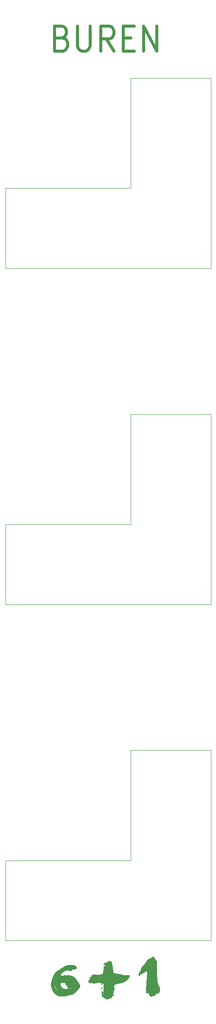
<source format=gbr>
%TF.GenerationSoftware,KiCad,Pcbnew,(5.1.9)-1*%
%TF.CreationDate,2021-09-13T20:57:42+01:00*%
%TF.ProjectId,KOSMO Mult faceplate,4b4f534d-4f20-44d7-956c-742066616365,rev?*%
%TF.SameCoordinates,Original*%
%TF.FileFunction,Legend,Top*%
%TF.FilePolarity,Positive*%
%FSLAX46Y46*%
G04 Gerber Fmt 4.6, Leading zero omitted, Abs format (unit mm)*
G04 Created by KiCad (PCBNEW (5.1.9)-1) date 2021-09-13 20:57:42*
%MOMM*%
%LPD*%
G01*
G04 APERTURE LIST*
%ADD10C,0.120000*%
%ADD11C,0.625000*%
%ADD12C,0.002000*%
%ADD13C,0.100000*%
G04 APERTURE END LIST*
D10*
X60706000Y-162941000D02*
X60706000Y-200850500D01*
X44704000Y-184912000D02*
X44704000Y-162941000D01*
X19748500Y-184912000D02*
X44704000Y-184912000D01*
X44704000Y-162941000D02*
X60706000Y-162941000D01*
X60706000Y-200850500D02*
X19748500Y-200850500D01*
X19748500Y-200850500D02*
X19748500Y-184912000D01*
X60706000Y-95948500D02*
X60706000Y-133858000D01*
X44704000Y-117919500D02*
X44704000Y-95948500D01*
X19748500Y-117919500D02*
X44704000Y-117919500D01*
X44704000Y-95948500D02*
X60706000Y-95948500D01*
X60706000Y-133858000D02*
X19748500Y-133858000D01*
X19748500Y-133858000D02*
X19748500Y-117919500D01*
X19748500Y-66802000D02*
X19748500Y-50863500D01*
X60706000Y-66802000D02*
X19748500Y-66802000D01*
X60706000Y-28892500D02*
X60706000Y-66802000D01*
X44704000Y-28892500D02*
X60706000Y-28892500D01*
X44704000Y-50863500D02*
X44704000Y-28892500D01*
X19748500Y-50863500D02*
X44704000Y-50863500D01*
D11*
X31034270Y-20833278D02*
X31677127Y-21071373D01*
X31891413Y-21309468D01*
X32105699Y-21785659D01*
X32105699Y-22499944D01*
X31891413Y-22976135D01*
X31677127Y-23214230D01*
X31248556Y-23452325D01*
X29534270Y-23452325D01*
X29534270Y-18452325D01*
X31034270Y-18452325D01*
X31462842Y-18690421D01*
X31677127Y-18928516D01*
X31891413Y-19404706D01*
X31891413Y-19880897D01*
X31677127Y-20357087D01*
X31462842Y-20595182D01*
X31034270Y-20833278D01*
X29534270Y-20833278D01*
X34034270Y-18452325D02*
X34034270Y-22499944D01*
X34248556Y-22976135D01*
X34462842Y-23214230D01*
X34891413Y-23452325D01*
X35748556Y-23452325D01*
X36177127Y-23214230D01*
X36391413Y-22976135D01*
X36605699Y-22499944D01*
X36605699Y-18452325D01*
X41319984Y-23452325D02*
X39819984Y-21071373D01*
X38748556Y-23452325D02*
X38748556Y-18452325D01*
X40462842Y-18452325D01*
X40891413Y-18690421D01*
X41105699Y-18928516D01*
X41319984Y-19404706D01*
X41319984Y-20118992D01*
X41105699Y-20595182D01*
X40891413Y-20833278D01*
X40462842Y-21071373D01*
X38748556Y-21071373D01*
X43248556Y-20833278D02*
X44748556Y-20833278D01*
X45391413Y-23452325D02*
X43248556Y-23452325D01*
X43248556Y-18452325D01*
X45391413Y-18452325D01*
X47319984Y-23452325D02*
X47319984Y-18452325D01*
X49891413Y-23452325D01*
X49891413Y-18452325D01*
D12*
%TO.C,REF\u002A\u002A*%
X29511847Y-209877699D02*
G75*
G02*
X29559650Y-209901263I0J-60270D01*
G01*
X29116526Y-210177700D02*
G75*
G02*
X29153693Y-210249603I-352208J-227614D01*
G01*
X29026651Y-210315237D02*
G75*
G02*
X29019589Y-210227699I538978J87537D01*
G01*
X29048065Y-210413011D02*
G75*
G02*
X29026652Y-210315237I883899J244807D01*
G01*
X29195097Y-210661384D02*
G75*
G02*
X29170542Y-210655677I-8921J17296D01*
G01*
X29079359Y-210505796D02*
G75*
G02*
X29048064Y-210413012I825219J330007D01*
G01*
X29211006Y-210636556D02*
G75*
G02*
X29195097Y-210661383I-29400J1329D01*
G01*
X38989292Y-210285146D02*
G75*
G02*
X39003573Y-210307075I-59981J-54677D01*
G01*
X38853986Y-210448324D02*
G75*
G02*
X38850875Y-210415909I47411J20907D01*
G01*
X38875130Y-210469870D02*
G75*
G02*
X38853987Y-210448324I17994J38804D01*
G01*
X29037956Y-210094014D02*
G75*
G02*
X29062512Y-210099722I8921J-17297D01*
G01*
X39003573Y-210307075D02*
G75*
G02*
X39013292Y-210339415I-125533J-55357D01*
G01*
X29639978Y-210015172D02*
G75*
G02*
X29727944Y-210166391I-1573417J-1016470D01*
G01*
X38866527Y-210377700D02*
G75*
G02*
X38893426Y-210339422I337497J-208585D01*
G01*
X38893426Y-210339422D02*
G75*
G02*
X38923129Y-210307075I241481J-191928D01*
G01*
X38923129Y-210307074D02*
G75*
G02*
X38951356Y-210284253I162318J-171899D01*
G01*
X38910625Y-210477700D02*
G75*
G02*
X38875130Y-210469871I0J84378D01*
G01*
X29116527Y-210577699D02*
G75*
G02*
X29079360Y-210505796I352208J227614D01*
G01*
X29022047Y-210118843D02*
G75*
G02*
X29037956Y-210094016I29400J-1329D01*
G01*
X38951355Y-210284253D02*
G75*
G02*
X38972428Y-210277699I21073J-30601D01*
G01*
X38972427Y-210277699D02*
G75*
G02*
X38989291Y-210285145I1J-22819D01*
G01*
X39013292Y-210339414D02*
G75*
G02*
X39016527Y-210377699I-224963J-38286D01*
G01*
X38850876Y-210415909D02*
G75*
G02*
X38866527Y-210377699I122695J-27947D01*
G01*
X39016526Y-210377700D02*
G75*
G02*
X39008420Y-210415855I-93851J1D01*
G01*
X38951050Y-210470087D02*
G75*
G02*
X38910625Y-210477699I-40425J103535D01*
G01*
X29184989Y-210342387D02*
G75*
G02*
X29206402Y-210440162I-883900J-244808D01*
G01*
X39008421Y-210415855D02*
G75*
G02*
X38985418Y-210448324I-92552J41184D01*
G01*
X38985418Y-210448325D02*
G75*
G02*
X38951050Y-210470087I-73086J77400D01*
G01*
X29153694Y-210249603D02*
G75*
G02*
X29184989Y-210342387I-825219J-330007D01*
G01*
X29206402Y-210440161D02*
G75*
G02*
X29213464Y-210527699I-538978J-87538D01*
G01*
X31670208Y-209285926D02*
G75*
G02*
X31694495Y-209321881I-100028J-93750D01*
G01*
X33916036Y-206270251D02*
G75*
G02*
X33872125Y-206414598I-161391J-29757D01*
G01*
X30958915Y-210239148D02*
G75*
G02*
X30722225Y-209849066I842343J777960D01*
G01*
X31340146Y-210519079D02*
G75*
G02*
X30958915Y-210239148I530361J1121844D01*
G01*
X31779497Y-210617700D02*
G75*
G02*
X31340146Y-210519079I1J1027959D01*
G01*
X31834919Y-205929564D02*
G75*
G02*
X32228013Y-205820551I585448J-1347840D01*
G01*
X33461519Y-206585802D02*
G75*
G02*
X33501141Y-206544365I117288J-72488D01*
G01*
X29977709Y-210909292D02*
G75*
G02*
X29896416Y-210902417I-38271J31528D01*
G01*
X29997436Y-210785398D02*
G75*
G02*
X29977709Y-210909291I-115307J-45157D01*
G01*
X34409057Y-209670353D02*
G75*
G02*
X34416527Y-209727699I-216396J-57346D01*
G01*
X34354662Y-209589256D02*
G75*
G02*
X34387152Y-209621762I-65125J-97582D01*
G01*
X32228013Y-205820552D02*
G75*
G02*
X32754456Y-205786051I524866J-3975221D01*
G01*
X30748636Y-209308891D02*
G75*
G02*
X30852044Y-209246832I132199J-103096D01*
G01*
X32754456Y-205786050D02*
G75*
G02*
X33270276Y-205820014I-1558J-3957674D01*
G01*
X34387151Y-209621762D02*
G75*
G02*
X34409057Y-209670354I-135427J-90286D01*
G01*
X34316526Y-209577699D02*
G75*
G02*
X34354662Y-209589256I0J-68699D01*
G01*
X32894210Y-206749997D02*
G75*
G02*
X32929890Y-206655940I143510J-643D01*
G01*
X33565721Y-206509454D02*
G75*
G02*
X33643227Y-206485713I162597J-392435D01*
G01*
X34223996Y-209670354D02*
G75*
G02*
X34245902Y-209621762I157333J-41694D01*
G01*
X34278391Y-209589256D02*
G75*
G02*
X34316527Y-209577699I38136J-57142D01*
G01*
X33621493Y-205930268D02*
G75*
G02*
X33821494Y-206082143I-336562J-650839D01*
G01*
X34216527Y-209727700D02*
G75*
G02*
X34223996Y-209670354I223865J1D01*
G01*
X30722225Y-209849066D02*
G75*
G02*
X30690063Y-209438103I735183J264276D01*
G01*
X32034717Y-209985373D02*
G75*
G02*
X32239528Y-210286352I-1788030J-1436898D01*
G01*
X31735424Y-209517629D02*
G75*
G02*
X31716527Y-209433563I177546J84066D01*
G01*
X33643226Y-206485713D02*
G75*
G02*
X33722428Y-206477699I79202J-387369D01*
G01*
X33418627Y-206622896D02*
G75*
G02*
X33344101Y-206644522I-122305J282261D01*
G01*
X31641526Y-209272239D02*
G75*
G02*
X31670208Y-209285926I-3169J-43539D01*
G01*
X33344100Y-206644522D02*
G75*
G02*
X33252033Y-206648854I-65840J418766D01*
G01*
X32239528Y-210286352D02*
G75*
G02*
X32252101Y-210473101I-186597J-106360D01*
G01*
X34245901Y-209621762D02*
G75*
G02*
X34278391Y-209589256I97615J-65076D01*
G01*
X34387152Y-209833637D02*
G75*
G02*
X34354662Y-209866143I-97615J65076D01*
G01*
X29448900Y-209907968D02*
G75*
G02*
X29511847Y-209877699I62947J-50317D01*
G01*
X29434964Y-209975038D02*
G75*
G02*
X29448900Y-209907968I73071J19800D01*
G01*
X29490956Y-210123612D02*
G75*
G02*
X29434965Y-209975038I745260J365693D01*
G01*
X33872124Y-206414598D02*
G75*
G02*
X33722428Y-206477699I-149696J146014D01*
G01*
X33013723Y-206617319D02*
G75*
G02*
X33155617Y-206633897I7344J-552667D01*
G01*
X34223996Y-209785045D02*
G75*
G02*
X34216527Y-209727699I216396J57345D01*
G01*
X34245902Y-209833637D02*
G75*
G02*
X34223996Y-209785045I135427J90286D01*
G01*
X34316527Y-209877700D02*
G75*
G02*
X34278391Y-209866143I0J68699D01*
G01*
X31710999Y-209373511D02*
G75*
G02*
X31716527Y-209433563I-323429J-60052D01*
G01*
X34354662Y-209866142D02*
G75*
G02*
X34316527Y-209877699I-38136J57141D01*
G01*
X32252101Y-210473101D02*
G75*
G02*
X32115152Y-210585769I-171902J69383D01*
G01*
X33501141Y-206544365D02*
G75*
G02*
X33565721Y-206509455I201521J-295604D01*
G01*
X31694496Y-209321880D02*
G75*
G02*
X31710999Y-209373511I-195877J-91064D01*
G01*
X30852044Y-209246832D02*
G75*
G02*
X31060484Y-209234704I156960J-900390D01*
G01*
X33461518Y-206585802D02*
G75*
G02*
X33418627Y-206622897I-80530J49770D01*
G01*
X34278392Y-209866142D02*
G75*
G02*
X34245902Y-209833637I65124J97581D01*
G01*
X32908774Y-206914967D02*
G75*
G02*
X32894211Y-206749997I881692J160960D01*
G01*
X33270277Y-205820013D02*
G75*
G02*
X33621493Y-205930267I-139723J-1059626D01*
G01*
X33252033Y-206648855D02*
G75*
G02*
X33155617Y-206633897I32856J530018D01*
G01*
X32929890Y-206655941D02*
G75*
G02*
X33013723Y-206617319I85342J-74949D01*
G01*
X34416526Y-209727699D02*
G75*
G02*
X34409057Y-209785045I-223865J-1D01*
G01*
X34409058Y-209785045D02*
G75*
G02*
X34387152Y-209833637I-157334J41694D01*
G01*
X33821495Y-206082142D02*
G75*
G02*
X33916036Y-206270251I-275691J-256372D01*
G01*
X32115152Y-210585768D02*
G75*
G02*
X31779498Y-210617699I-335653J1748217D01*
G01*
X30690063Y-209438102D02*
G75*
G02*
X30748637Y-209308891I297082J-56792D01*
G01*
X32612412Y-207949801D02*
G75*
G02*
X32711382Y-207933410I138655J-530216D01*
G01*
X33347865Y-208119693D02*
G75*
G02*
X33415115Y-208150447I-87377J-279972D01*
G01*
X31750477Y-207810197D02*
G75*
G02*
X31809719Y-207866685I-78452J-141587D01*
G01*
X31860130Y-207923836D02*
G75*
G02*
X31809719Y-207866685I142030J176087D01*
G01*
X31917764Y-207946617D02*
G75*
G02*
X31860130Y-207923836I7704J103785D01*
G01*
X32820865Y-207933212D02*
G75*
G02*
X32924039Y-207947906I-49443J-716739D01*
G01*
X33435125Y-208357795D02*
G75*
G02*
X33433817Y-208336250I19289J11983D01*
G01*
X30856723Y-207496657D02*
G75*
G02*
X31084316Y-207209564I848092J-438567D01*
G01*
X30767978Y-207919595D02*
G75*
G02*
X30723386Y-207863546I14679J57441D01*
G01*
X30866526Y-207913862D02*
G75*
G02*
X30767978Y-207919595I-58276J151865D01*
G01*
X32924038Y-207947907D02*
G75*
G02*
X33003049Y-207976748I-65912J-303205D01*
G01*
X32440537Y-207940508D02*
G75*
G02*
X32456791Y-207893452I112861J-12650D01*
G01*
X30923922Y-207899896D02*
G75*
G02*
X30972464Y-207905253I12344J-110745D01*
G01*
X31042435Y-207997808D02*
G75*
G02*
X31016527Y-207965383I7337J32425D01*
G01*
X34616527Y-209856610D02*
G75*
G02*
X34555859Y-210089855I-478702J0D01*
G01*
X33472040Y-208242184D02*
G75*
G02*
X33457414Y-208292444I-97977J1254D01*
G01*
X31223618Y-207968909D02*
G75*
G02*
X31111995Y-207999679I-208810J539637D01*
G01*
X31674574Y-207794052D02*
G75*
G02*
X31750477Y-207810197I11518J-132346D01*
G01*
X32278290Y-207805455D02*
G75*
G02*
X32411667Y-207781925I127957J-335528D01*
G01*
X32457055Y-207967099D02*
G75*
G02*
X32440536Y-207940508I8609J23774D01*
G01*
X32711382Y-207933410D02*
G75*
G02*
X32820865Y-207933213I56133J-773168D01*
G01*
X33458105Y-208193018D02*
G75*
G02*
X33472040Y-208242184I-75723J-48019D01*
G01*
X33489640Y-208344316D02*
G75*
G02*
X33451936Y-208363318I-128097J207264D01*
G01*
X34325718Y-210456752D02*
G75*
G02*
X34017522Y-210849813I-3827687J2683900D01*
G01*
X33489640Y-208344316D02*
G75*
G02*
X33630626Y-208368889I56656J-91673D01*
G01*
X34017522Y-210849813D02*
G75*
G02*
X33674744Y-211199750I-3256516J2847047D01*
G01*
X32097235Y-207888024D02*
G75*
G02*
X32278289Y-207805456I739484J-1381736D01*
G01*
X32908773Y-206914967D02*
G75*
G02*
X32900858Y-206942598I-31872J-5819D01*
G01*
X32900858Y-206942598D02*
G75*
G02*
X32872194Y-206958246I-36986J33675D01*
G01*
X32872194Y-206958246D02*
G75*
G02*
X32823218Y-206957510I-22491J133309D01*
G01*
X30723386Y-207863546D02*
G75*
G02*
X30749183Y-207726899I333320J7832D01*
G01*
X30866526Y-207913862D02*
G75*
G02*
X30923922Y-207899895I83086J-216518D01*
G01*
X32823218Y-206957510D02*
G75*
G02*
X32761874Y-206939751I74016J370500D01*
G01*
X33415115Y-208150447D02*
G75*
G02*
X33458105Y-208193017I-71433J-115131D01*
G01*
X32674303Y-206911664D02*
G75*
G02*
X32761874Y-206939751I-206605J-794696D01*
G01*
X31084316Y-207209565D02*
G75*
G02*
X31442140Y-206972195I1149144J-1343897D01*
G01*
X30972464Y-207905253D02*
G75*
G02*
X31004384Y-207928616I-21671J-63095D01*
G01*
X32464473Y-207819610D02*
G75*
G02*
X32456791Y-207893452I-80290J-28968D01*
G01*
X32510429Y-207971845D02*
G75*
G02*
X32457056Y-207967099I-17718J103217D01*
G01*
X31111995Y-207999679D02*
G75*
G02*
X31042435Y-207997809I-30062J176436D01*
G01*
X32097235Y-207888025D02*
G75*
G02*
X31992025Y-207935854I-421627J787817D01*
G01*
X33433817Y-208336250D02*
G75*
G02*
X33457414Y-208292444I379710J-176285D01*
G01*
X33451935Y-208363319D02*
G75*
G02*
X33435124Y-208357796I-5110J12792D01*
G01*
X31847569Y-206827641D02*
G75*
G02*
X32216625Y-206816116I214525J-954859D01*
G01*
X34555859Y-210089855D02*
G75*
G02*
X34325718Y-210456752I-3688434J2057989D01*
G01*
X31004384Y-207928616D02*
G75*
G02*
X31016527Y-207965383I-49592J-36767D01*
G01*
X32411666Y-207781925D02*
G75*
G02*
X32464473Y-207819610I-861J-57048D01*
G01*
X34535458Y-209591813D02*
G75*
G02*
X34616527Y-209856610I-391919J-264797D01*
G01*
X31442140Y-206972195D02*
G75*
G02*
X31847569Y-206827640I794658J-1587933D01*
G01*
X31992025Y-207935853D02*
G75*
G02*
X31917765Y-207946617I-61422J162212D01*
G01*
X31562153Y-207821105D02*
G75*
G02*
X31674573Y-207794052I146114J-360083D01*
G01*
X44481753Y-207902072D02*
G75*
G02*
X44472273Y-208040405I-390343J-42743D01*
G01*
X42807931Y-207657261D02*
G75*
G02*
X42897796Y-207703660I-60763J-227911D01*
G01*
X42988800Y-207746005D02*
G75*
G02*
X42897796Y-207703660I35003J194186D01*
G01*
X33461295Y-211374633D02*
G75*
G02*
X33257180Y-211500924I-892952J1215119D01*
G01*
X33257180Y-211500924D02*
G75*
G02*
X33047607Y-211586737I-603846J1175904D01*
G01*
X31380413Y-206155216D02*
G75*
G02*
X31834919Y-205929564I2435146J-4334275D01*
G01*
X29666445Y-211537061D02*
G75*
G02*
X29332585Y-211169720I1453051J1656002D01*
G01*
X28850499Y-209637375D02*
G75*
G02*
X28881227Y-209368182I1842043J-73919D01*
G01*
X31623610Y-211950832D02*
G75*
G02*
X31056798Y-211972364I-442240J4170273D01*
G01*
X40400438Y-205025752D02*
G75*
G02*
X40521714Y-204987256I130562J-201037D01*
G01*
X30047697Y-211783155D02*
G75*
G02*
X29666445Y-211537061I640306J1410338D01*
G01*
X29073353Y-210714676D02*
G75*
G02*
X28912716Y-210209342I2361961J1029026D01*
G01*
X44426936Y-207833948D02*
G75*
G02*
X44481753Y-207902072I-25908J-76964D01*
G01*
X28961015Y-209005689D02*
G75*
G02*
X29141629Y-208413774I5997240J-1506454D01*
G01*
X29368280Y-207894006D02*
G75*
G02*
X29634083Y-207458886I3141270J-1620172D01*
G01*
X40844892Y-205077699D02*
G75*
G02*
X40916138Y-205343858I-2209991J-734194D01*
G01*
X41263531Y-207372853D02*
G75*
G02*
X41241916Y-207318987I144268J89163D01*
G01*
X40815930Y-205009567D02*
G75*
G02*
X40844892Y-205077699I-404100J-212003D01*
G01*
X33674743Y-211199750D02*
G75*
G02*
X33461295Y-211374633I-1765497J1937123D01*
G01*
X33047607Y-211586736D02*
G75*
G02*
X32818188Y-211639604I-460069J1472260D01*
G01*
X40592982Y-205030135D02*
G75*
G02*
X40623555Y-205152699I-280469J-135057D01*
G01*
X30485952Y-211916612D02*
G75*
G02*
X30047696Y-211783155I288954J1735215D01*
G01*
X29332584Y-211169721D02*
G75*
G02*
X29073352Y-210714676I1989440J1434718D01*
G01*
X32046400Y-211842554D02*
G75*
G02*
X32202160Y-211785880I682729J-1634003D01*
G01*
X32046399Y-211842554D02*
G75*
G02*
X31623610Y-211950832I-581982J1392884D01*
G01*
X31056798Y-211972365D02*
G75*
G02*
X30485953Y-211916611I126031J4240660D01*
G01*
X29932597Y-207121934D02*
G75*
G02*
X30280920Y-206843600I2241157J-2447588D01*
G01*
X28860851Y-209893554D02*
G75*
G02*
X28850499Y-209637375I1582707J192254D01*
G01*
X29141629Y-208413774D02*
G75*
G02*
X29368280Y-207894006I4107072J-1481635D01*
G01*
X41310864Y-207406802D02*
G75*
G02*
X41263531Y-207372853I17044J73736D01*
G01*
X40788446Y-204999133D02*
G75*
G02*
X40815929Y-205009568I7850J-20735D01*
G01*
X29634083Y-207458886D02*
G75*
G02*
X29932597Y-207121934I1756945J-1255811D01*
G01*
X40200155Y-205169114D02*
G75*
G02*
X40400438Y-205025752I1682528J-2138987D01*
G01*
X40521713Y-204987255D02*
G75*
G02*
X40592982Y-205030135I2938J-75784D01*
G01*
X40644184Y-205259887D02*
G75*
G02*
X40629518Y-205249691I-3124J11153D01*
G01*
X40664108Y-205242559D02*
G75*
G02*
X40644184Y-205259888I-28234J12343D01*
G01*
X40757947Y-205026990D02*
G75*
G02*
X40788446Y-204999133I50300J-24446D01*
G01*
X44275095Y-207808308D02*
G75*
G02*
X44426936Y-207833948I-4834J-491055D01*
G01*
X41416513Y-210377692D02*
G75*
G02*
X41467250Y-210416308I-173063J-280022D01*
G01*
X41303913Y-211020452D02*
G75*
G02*
X41265200Y-211175646I-1408004J268802D01*
G01*
X39956133Y-212626771D02*
G75*
G02*
X39929410Y-212623726I-10956J22629D01*
G01*
X41038037Y-211686042D02*
G75*
G02*
X41017069Y-211670328I-4596J15714D01*
G01*
X41384589Y-210567661D02*
G75*
G02*
X41427203Y-210521101I103484J-51931D01*
G01*
X41460519Y-209785713D02*
G75*
G02*
X41647330Y-209610478I585615J-437107D01*
G01*
X40545742Y-212330534D02*
G75*
G02*
X40603536Y-212326394I42668J-190165D01*
G01*
X40388564Y-212432737D02*
G75*
G02*
X40340345Y-212432215I-22748J126177D01*
G01*
X41316527Y-210887120D02*
G75*
G02*
X41324686Y-210768180I870955J1D01*
G01*
X41340599Y-210135785D02*
G75*
G02*
X41360749Y-210004005I1030598J-90152D01*
G01*
X40828223Y-212264159D02*
G75*
G02*
X40778357Y-212319476I-170268J103352D01*
G01*
X39999363Y-212594718D02*
G75*
G02*
X39956133Y-212626771I-106267J98147D01*
G01*
X41343905Y-210244354D02*
G75*
G02*
X41340599Y-210135785I457451J68264D01*
G01*
X41316526Y-210887120D02*
G75*
G02*
X41303913Y-211020452I-711016J1D01*
G01*
X41017069Y-211670328D02*
G75*
G02*
X41030322Y-211624575I85604J0D01*
G01*
X39766527Y-212477700D02*
G75*
G02*
X39823829Y-212486682I0J-187269D01*
G01*
X40051356Y-212531534D02*
G75*
G02*
X40110958Y-212465958I336996J-246419D01*
G01*
X39872464Y-212512689D02*
G75*
G02*
X39904978Y-212551386I-78761J-99185D01*
G01*
X41267137Y-211629730D02*
G75*
G02*
X41312040Y-211679992I-1383J-46424D01*
G01*
X41141798Y-211651027D02*
G75*
G02*
X41267138Y-211629730I115716J-301550D01*
G01*
X40242912Y-212402418D02*
G75*
G02*
X40294446Y-212414053I8868J-80670D01*
G01*
X41263078Y-211777219D02*
G75*
G02*
X41123299Y-211874075I-490765J558967D01*
G01*
X40496193Y-212350545D02*
G75*
G02*
X40545742Y-212330535I85571J-140536D01*
G01*
X40720444Y-212344920D02*
G75*
G02*
X40660695Y-212339299I-19821J109671D01*
G01*
X41312040Y-211679992D02*
G75*
G02*
X41263078Y-211777219I-144875J12015D01*
G01*
X44472274Y-208040405D02*
G75*
G02*
X44422248Y-208160203I-422233J105974D01*
G01*
X40967501Y-212008016D02*
G75*
G02*
X41044492Y-211928828I555400J-462968D01*
G01*
X41360748Y-210004005D02*
G75*
G02*
X41460519Y-209785713I555768J-122067D01*
G01*
X41471713Y-210485252D02*
G75*
G02*
X41427203Y-210521101I-165537J159976D01*
G01*
X40864265Y-212184825D02*
G75*
G02*
X40828222Y-212264158I-349472J110917D01*
G01*
X40462819Y-212383698D02*
G75*
G02*
X40431583Y-212415671I-87055J53803D01*
G01*
X43989543Y-208714654D02*
G75*
G02*
X43662219Y-208994363I-1650826J1600470D01*
G01*
X43662219Y-208994363D02*
G75*
G02*
X43308243Y-209187504I-1021406J1451020D01*
G01*
X43308243Y-209187504D02*
G75*
G02*
X42867847Y-209319631I-919863J2266010D01*
G01*
X41369549Y-210326103D02*
G75*
G02*
X41343905Y-210244355I247342J122486D01*
G01*
X41467251Y-210416308D02*
G75*
G02*
X41484038Y-210451167I-35962J-38790D01*
G01*
X41484038Y-210451166D02*
G75*
G02*
X41471713Y-210485253I-44188J-3294D01*
G01*
X40864265Y-212184826D02*
G75*
G02*
X40903577Y-212097868I388760J-123387D01*
G01*
X40778357Y-212319476D02*
G75*
G02*
X40720444Y-212344920I-82055J108135D01*
G01*
X40431583Y-212415672D02*
G75*
G02*
X40388563Y-212432736I-63760J97981D01*
G01*
X39823829Y-212486682D02*
G75*
G02*
X39872464Y-212512689I-47113J-146583D01*
G01*
X41044492Y-211928827D02*
G75*
G02*
X41123299Y-211874075I274735J-311344D01*
G01*
X39929410Y-212623725D02*
G75*
G02*
X39916527Y-212596812I21668J26913D01*
G01*
X40903576Y-212097867D02*
G75*
G02*
X40967501Y-212008015I617928J-371952D01*
G01*
X40462820Y-212383698D02*
G75*
G02*
X40496193Y-212350545I85877J-53075D01*
G01*
X40340345Y-212432215D02*
G75*
G02*
X40294446Y-212414053I27879J137537D01*
G01*
X41918615Y-209485119D02*
G75*
G02*
X42266527Y-209414094I580766J-1957207D01*
G01*
X41647330Y-209610477D02*
G75*
G02*
X41918615Y-209485119I566663J-870080D01*
G01*
X41265199Y-211175646D02*
G75*
G02*
X41208736Y-211327600I-1395985J432259D01*
G01*
X41324686Y-210768180D02*
G75*
G02*
X41349038Y-210656835I721520J-99464D01*
G01*
X40603536Y-212326394D02*
G75*
G02*
X40660695Y-212339299I-15807J-203051D01*
G01*
X40178381Y-212420964D02*
G75*
G02*
X40242913Y-212402419I86171J-178302D01*
G01*
X41349038Y-210656835D02*
G75*
G02*
X41384589Y-210567662I536571J-162247D01*
G01*
X40051356Y-212531535D02*
G75*
G02*
X39999363Y-212594719I-578047J422679D01*
G01*
X40110958Y-212465959D02*
G75*
G02*
X40178381Y-212420964I195359J-219726D01*
G01*
X41208737Y-211327600D02*
G75*
G02*
X41141798Y-211451406I-765283J333767D01*
G01*
X41416514Y-210377691D02*
G75*
G02*
X41369549Y-210326102I66658J107855D01*
G01*
X39904978Y-212551385D02*
G75*
G02*
X39916527Y-212596812I-83569J-45428D01*
G01*
X39086215Y-210862288D02*
G75*
G02*
X39101256Y-210929125I-166431J-72563D01*
G01*
X39147058Y-211548528D02*
G75*
G02*
X39119459Y-211381511I1438692J323528D01*
G01*
X38961875Y-209727733D02*
G75*
G02*
X38949377Y-209731241I-7182J1571D01*
G01*
X39390212Y-210025973D02*
G75*
G02*
X39337238Y-210486427I-3859634J210769D01*
G01*
X36593466Y-208603401D02*
G75*
G02*
X36504854Y-208713266I-813464J565436D01*
G01*
X36541625Y-209279579D02*
G75*
G02*
X36352735Y-209162538I38938J273785D01*
G01*
X39012561Y-209524323D02*
G75*
G02*
X39057081Y-209442385I445832J-189171D01*
G01*
X39229061Y-211735446D02*
G75*
G02*
X39184843Y-211680430I55601J89965D01*
G01*
X39291696Y-211416348D02*
G75*
G02*
X39279182Y-211229216I1527646J196138D01*
G01*
X37182312Y-209428297D02*
G75*
G02*
X37162216Y-209408738I931J21059D01*
G01*
X37173699Y-209325582D02*
G75*
G02*
X37172047Y-209368767I-38951J-20134D01*
G01*
X36901322Y-209289532D02*
G75*
G02*
X36541625Y-209279579I-136230J1581228D01*
G01*
X36352735Y-209162538D02*
G75*
G02*
X36335417Y-208967572I163980J112818D01*
G01*
X37136777Y-209295155D02*
G75*
G02*
X37173700Y-209325582I-17074J-58337D01*
G01*
X39501875Y-212351985D02*
G75*
G02*
X39412879Y-212274052I543455J710384D01*
G01*
X39766527Y-212477699D02*
G75*
G02*
X39694849Y-212463740I0J191006D01*
G01*
X39600768Y-212417878D02*
G75*
G02*
X39501875Y-212351985I454497J789265D01*
G01*
X37367322Y-209377397D02*
G75*
G02*
X37510052Y-209338864I264105J-694652D01*
G01*
X37162216Y-209408738D02*
G75*
G02*
X37172047Y-209368767I66791J4767D01*
G01*
X39303096Y-211696399D02*
G75*
G02*
X39274165Y-211736385I-57772J11340D01*
G01*
X39171536Y-212115821D02*
G75*
G02*
X39244504Y-212145398I-108524J-372533D01*
G01*
X39125659Y-212122055D02*
G75*
G02*
X39171536Y-212115821I29946J-48453D01*
G01*
X39309396Y-211593986D02*
G75*
G02*
X39303096Y-211696398I-387691J-27551D01*
G01*
X39063584Y-210862822D02*
G75*
G02*
X39086216Y-210862289I11425J-4353D01*
G01*
X36629625Y-208424116D02*
G75*
G02*
X36632283Y-208513280I-184235J-50114D01*
G01*
X36587146Y-208319411D02*
G75*
G02*
X36629624Y-208424116I-413617J-228769D01*
G01*
X39274165Y-211736385D02*
G75*
G02*
X39229060Y-211735446I-21756J38718D01*
G01*
X39111804Y-209377046D02*
G75*
G02*
X39168696Y-209340704I117153J-120697D01*
G01*
X39168696Y-209340703D02*
G75*
G02*
X39294484Y-209389514I35980J-93765D01*
G01*
X37046833Y-209282654D02*
G75*
G02*
X37136777Y-209295156I2646J-310774D01*
G01*
X39119459Y-211381512D02*
G75*
G02*
X39107931Y-211196798I2091474J223248D01*
G01*
X39294484Y-209389514D02*
G75*
G02*
X39372401Y-209636941I-732448J-366636D01*
G01*
X38689616Y-209283067D02*
G75*
G02*
X38833583Y-209313912I-10296J-399453D01*
G01*
X39057080Y-209442385D02*
G75*
G02*
X39111804Y-209377046I343164J-231826D01*
G01*
X39694849Y-212463740D02*
G75*
G02*
X39600768Y-212417878I285275J704640D01*
G01*
X39328783Y-212199852D02*
G75*
G02*
X39412879Y-212274052I-551410J-709705D01*
G01*
X38901924Y-209389681D02*
G75*
G02*
X38930145Y-209552699I-651026J-196655D01*
G01*
X39184844Y-211680430D02*
G75*
G02*
X39147059Y-211548529I1120967J392477D01*
G01*
X38949377Y-209731241D02*
G75*
G02*
X38938644Y-209706661I28210J26951D01*
G01*
X37245988Y-209419809D02*
G75*
G02*
X37182313Y-209428298I-55608J174061D01*
G01*
X39244503Y-212145398D02*
G75*
G02*
X39328783Y-212199852I-270385J-510933D01*
G01*
X39125659Y-212122055D02*
G75*
G02*
X39044180Y-212085737I-28372J45906D01*
G01*
X38991833Y-211704199D02*
G75*
G02*
X38974322Y-211285867I3991232J376604D01*
G01*
X38985992Y-209611155D02*
G75*
G02*
X39012561Y-209524324I427849J-83435D01*
G01*
X38974322Y-211285867D02*
G75*
G02*
X39019137Y-210993137I1049838J-10927D01*
G01*
X36335417Y-208967571D02*
G75*
G02*
X36504854Y-208713266I861295J-390261D01*
G01*
X38833583Y-209313912D02*
G75*
G02*
X38901924Y-209389682I-46188J-110365D01*
G01*
X39372401Y-209636941D02*
G75*
G02*
X39390212Y-210025973I-1923815J-283003D01*
G01*
X36632283Y-208513280D02*
G75*
G02*
X36593466Y-208603402I-240876J50329D01*
G01*
X49858910Y-204925855D02*
G75*
G02*
X49903107Y-205024898I-161647J-131515D01*
G01*
X39528371Y-206040262D02*
G75*
G02*
X39431713Y-206037085I-45559J85858D01*
G01*
X50460500Y-210299581D02*
G75*
G02*
X50500795Y-210476971I-1262828J-380130D01*
G01*
X39797115Y-205367436D02*
G75*
G02*
X39669381Y-205394114I-212381J697730D01*
G01*
X39364045Y-205636964D02*
G75*
G02*
X39346790Y-205550077I37431J52590D01*
G01*
X50500795Y-210476970D02*
G75*
G02*
X50513346Y-210648650I-1046365J-162796D01*
G01*
X39756296Y-205823074D02*
G75*
G02*
X39660525Y-205945195I-462040J263731D01*
G01*
X39708419Y-205715742D02*
G75*
G02*
X39745098Y-205739604I-38017J-98558D01*
G01*
X39491526Y-205677699D02*
G75*
G02*
X39569441Y-205682261I0J-667694D01*
G01*
X49717422Y-204913658D02*
G75*
G02*
X49661060Y-204884237I15374J98148D01*
G01*
X39645076Y-205695884D02*
G75*
G02*
X39708419Y-205715742I-122418J-501442D01*
G01*
X50317686Y-209998650D02*
G75*
G02*
X50397689Y-210134174I-636577J-467159D01*
G01*
X39491527Y-205677700D02*
G75*
G02*
X39364045Y-205636964I0J219845D01*
G01*
X49616818Y-204812894D02*
G75*
G02*
X49583762Y-204695330I797627J287707D01*
G01*
X39346790Y-205550077D02*
G75*
G02*
X39467550Y-205447332I223178J-139969D01*
G01*
X49964670Y-208728145D02*
G75*
G02*
X49906466Y-207564604I13264576J1246763D01*
G01*
X49785978Y-204906399D02*
G75*
G02*
X49858910Y-204925854I23043J-60046D01*
G01*
X39394728Y-206051372D02*
G75*
G02*
X39431713Y-206037085I23907J-6873D01*
G01*
X49785978Y-204906397D02*
G75*
G02*
X49717422Y-204913658I-47876J124763D01*
G01*
X39745098Y-205739604D02*
G75*
G02*
X39756296Y-205823073I-49069J-49069D01*
G01*
X36525124Y-208204889D02*
G75*
G02*
X36526803Y-208183442I17733J9401D01*
G01*
X40086040Y-205244890D02*
G75*
G02*
X39943861Y-205314166I-730958J1319648D01*
G01*
X49308731Y-204172595D02*
G75*
G02*
X49397736Y-204259237I-269435J-365818D01*
G01*
X50092057Y-209508596D02*
G75*
G02*
X49964670Y-208728145I5659508J1324378D01*
G01*
X40200155Y-205169114D02*
G75*
G02*
X40086039Y-205244890I-527637J670780D01*
G01*
X49108626Y-204181878D02*
G75*
G02*
X49224889Y-204149296I147396J-302240D01*
G01*
X49553189Y-204580532D02*
G75*
G02*
X49583762Y-204695330I-968993J-319533D01*
G01*
X36526803Y-208183441D02*
G75*
G02*
X36544275Y-208181110I9881J-7414D01*
G01*
X39569441Y-205682261D02*
G75*
G02*
X39645076Y-205695884I-73263J-623536D01*
G01*
X36721446Y-208310097D02*
G75*
G02*
X36635998Y-208254304I217458J426366D01*
G01*
X36773703Y-208304888D02*
G75*
G02*
X36721446Y-208310097I-30183J38070D01*
G01*
X36812102Y-208246559D02*
G75*
G02*
X36773704Y-208304887I-107732J29119D01*
G01*
X50317686Y-209998650D02*
G75*
G02*
X50092057Y-209508596I1086025J796992D01*
G01*
X36850166Y-208084499D02*
G75*
G02*
X36963063Y-207872188I410463J-82093D01*
G01*
X36963064Y-207872189D02*
G75*
G02*
X37177732Y-207748602I332034J-328507D01*
G01*
X39042178Y-207669754D02*
G75*
G02*
X38858537Y-207698959I-370389J1737030D01*
G01*
X49661061Y-204884238D02*
G75*
G02*
X49616819Y-204812894I146146J140018D01*
G01*
X49903108Y-205024898D02*
G75*
G02*
X49921184Y-205252454I-1461965J-230629D01*
G01*
X49397736Y-204259236D02*
G75*
G02*
X49451985Y-204342864I-456444J-355509D01*
G01*
X39660525Y-205945195D02*
G75*
G02*
X39528371Y-206040263I-414057J436195D01*
G01*
X39121403Y-207621823D02*
G75*
G02*
X39042178Y-207669754I-108678J90194D01*
G01*
X39161929Y-207539699D02*
G75*
G02*
X39121403Y-207621824I-192283J43822D01*
G01*
X39467551Y-205447333D02*
G75*
G02*
X39669381Y-205394114I287723J-681858D01*
G01*
X50397689Y-210134174D02*
G75*
G02*
X50460500Y-210299580I-1139230J-527240D01*
G01*
X37177731Y-207748601D02*
G75*
G02*
X37565454Y-207697769I398384J-1534583D01*
G01*
X38858537Y-207698958D02*
G75*
G02*
X38610168Y-207713338I-275397J2604642D01*
G01*
X39943861Y-205314166D02*
G75*
G02*
X39797115Y-205367435I-577984J1363459D01*
G01*
X49224889Y-204149296D02*
G75*
G02*
X49308731Y-204172595I11322J-121761D01*
G01*
X49660230Y-211530013D02*
G75*
G02*
X49818705Y-211440257I579700J-838743D01*
G01*
X49615509Y-211614363D02*
G75*
G02*
X49660230Y-211530014I103662J-930D01*
G01*
X47773107Y-206994440D02*
G75*
G02*
X47892933Y-206956990I287091J-708146D01*
G01*
X46516527Y-207779732D02*
G75*
G02*
X46508885Y-207817117I-95271J0D01*
G01*
X49615509Y-211614362D02*
G75*
G02*
X49528581Y-211758605I-165603J1486D01*
G01*
X46857996Y-206427507D02*
G75*
G02*
X47003279Y-206173831I2131893J-1052514D01*
G01*
X48130312Y-211300803D02*
G75*
G02*
X48202250Y-211332954I-34754J-174318D01*
G01*
X48455984Y-211589819D02*
G75*
G02*
X48502788Y-211671384I-578861J-386379D01*
G01*
X46800452Y-206699619D02*
G75*
G02*
X46743089Y-206842590I-1639084J574644D01*
G01*
X46416528Y-207877700D02*
G75*
G02*
X46334096Y-207815235I-1J85622D01*
G01*
X47892933Y-206956990D02*
G75*
G02*
X47991199Y-206944476I115486J-514791D01*
G01*
X46816527Y-206605183D02*
G75*
G02*
X46800452Y-206699619I-285438J0D01*
G01*
X49528581Y-211758605D02*
G75*
G02*
X49191829Y-211909679I-1196693J2216639D01*
G01*
X48044282Y-206965454D02*
G75*
G02*
X48072489Y-207036862I-68223J-68225D01*
G01*
X46508885Y-207817116D02*
G75*
G02*
X46487152Y-207848921I-90873J38768D01*
G01*
X46516527Y-207779732D02*
G75*
G02*
X46538146Y-207729403I69392J0D01*
G01*
X48832852Y-212010533D02*
G75*
G02*
X48650877Y-211964712I-43078J213181D01*
G01*
X48074492Y-211312331D02*
G75*
G02*
X48130312Y-211300803I41526J-60169D01*
G01*
X48310422Y-211422174D02*
G75*
G02*
X48389301Y-211502567I-637173J-704070D01*
G01*
X49191829Y-211909679D02*
G75*
G02*
X48832853Y-212010532I-855142J2354494D01*
G01*
X47980993Y-204949570D02*
G75*
G02*
X48224544Y-204715408I1872477J-1703817D01*
G01*
X48599471Y-211913014D02*
G75*
G02*
X48555992Y-211850051I357995J293707D01*
G01*
X48224544Y-204715408D02*
G75*
G02*
X48487347Y-204524838I1460525J-1737630D01*
G01*
X46454694Y-207870227D02*
G75*
G02*
X46416527Y-207877699I-38168J93747D01*
G01*
X50513346Y-210648650D02*
G75*
G02*
X50482307Y-210916302I-1260730J10577D01*
G01*
X48502788Y-211671384D02*
G75*
G02*
X48516527Y-211730954I-122275J-59570D01*
G01*
X48024295Y-211365129D02*
G75*
G02*
X47877926Y-211333154I-67556J41752D01*
G01*
X46487151Y-207848922D02*
G75*
G02*
X46454693Y-207870228I-70379J71841D01*
G01*
X50003957Y-211376106D02*
G75*
G02*
X50152763Y-211370630I87635J-356816D01*
G01*
X46538146Y-207729403D02*
G75*
G02*
X46636549Y-207643851I1027361J-1082324D01*
G01*
X48650877Y-211964712D02*
G75*
G02*
X48599471Y-211913014I244139J294169D01*
G01*
X46816527Y-206605183D02*
G75*
G02*
X46857997Y-206427507I401355J0D01*
G01*
X48526173Y-211785842D02*
G75*
G02*
X48516527Y-211730954I151345J54888D01*
G01*
X46743090Y-206842590D02*
G75*
G02*
X46662218Y-207001926I-1860220J843967D01*
G01*
X46334096Y-207815234D02*
G75*
G02*
X46328694Y-207658414I318513J89476D01*
G01*
X48389300Y-211502567D02*
G75*
G02*
X48455983Y-211589819I-647443J-563919D01*
G01*
X47877926Y-211333154D02*
G75*
G02*
X47821293Y-210523360I7519175J932732D01*
G01*
X46636549Y-207643852D02*
G75*
G02*
X46768602Y-207548834I1050463J-1320632D01*
G01*
X47646995Y-207054582D02*
G75*
G02*
X47773107Y-206994440I565092J-1022660D01*
G01*
X48555992Y-211850052D02*
G75*
G02*
X48526172Y-211785842I353761J203323D01*
G01*
X48024295Y-211365130D02*
G75*
G02*
X48074492Y-211312331I151074J-93368D01*
G01*
X50482307Y-210916303D02*
G75*
G02*
X50395235Y-211160236I-1052134J238055D01*
G01*
X50395234Y-211160235D02*
G75*
G02*
X50276758Y-211329262I-625492J312392D01*
G01*
X48202250Y-211332955D02*
G75*
G02*
X48310422Y-211422175I-917513J-1222589D01*
G01*
X46328694Y-207658413D02*
G75*
G02*
X46410048Y-207423612I948904J-197283D01*
G01*
X46410048Y-207423612D02*
G75*
G02*
X46566527Y-207156218I2059446J-1025705D01*
G01*
X50276759Y-211329263D02*
G75*
G02*
X50152763Y-211370630I-100844J95753D01*
G01*
X47991199Y-206944475D02*
G75*
G02*
X48044282Y-206965455I2342J-71721D01*
G01*
X49818705Y-211440257D02*
G75*
G02*
X50003958Y-211376106I438279J-966088D01*
G01*
D13*
G36*
X33270277Y-205820014D02*
G01*
X33621492Y-205930268D01*
X33821495Y-206082143D01*
X33916036Y-206270251D01*
X33872124Y-206414598D01*
X33722428Y-206477699D01*
X33565721Y-206509455D01*
X33380988Y-206536032D01*
X33461519Y-206585802D01*
X33418627Y-206622897D01*
X33344101Y-206644522D01*
X33252033Y-206648855D01*
X33155617Y-206633897D01*
X33013723Y-206617319D01*
X32929890Y-206655941D01*
X32908773Y-206914967D01*
X32900858Y-206942598D01*
X32823218Y-206957510D01*
X32674303Y-206911664D01*
X32374977Y-206844115D01*
X32216625Y-206816116D01*
X31847569Y-206827640D01*
X31442140Y-206972195D01*
X31084316Y-207209564D01*
X30856723Y-207496658D01*
X30749183Y-207726899D01*
X30723386Y-207863546D01*
X30767978Y-207919595D01*
X30866526Y-207913862D01*
X30923922Y-207899896D01*
X31004384Y-207928616D01*
X31042435Y-207997808D01*
X31111995Y-207999679D01*
X31562152Y-207821105D01*
X31674573Y-207794052D01*
X31750477Y-207810197D01*
X31860130Y-207923836D01*
X31992025Y-207935854D01*
X32097235Y-207888024D01*
X32411666Y-207781925D01*
X32464473Y-207819610D01*
X32456791Y-207893452D01*
X32457055Y-207967100D01*
X32553398Y-207953158D01*
X32711382Y-207933410D01*
X32820865Y-207933213D01*
X33003049Y-207976748D01*
X33171773Y-208054358D01*
X33347865Y-208119693D01*
X33458105Y-208193017D01*
X33472040Y-208242184D01*
X33433817Y-208336250D01*
X33435125Y-208357796D01*
X33489640Y-208344316D01*
X33630626Y-208368889D01*
X34535458Y-209591813D01*
X31638357Y-209315778D01*
X31641526Y-209272240D01*
X30852044Y-209246832D01*
X28912716Y-210209342D01*
X28860851Y-209893554D01*
X28850499Y-209637375D01*
X28881227Y-209368182D01*
X28961015Y-209005689D01*
X29368280Y-207894006D01*
X29634083Y-207458887D01*
X29932597Y-207121934D01*
X30280920Y-206843600D01*
X30816267Y-206490236D01*
X31380414Y-206155217D01*
X31834919Y-205929564D01*
X32228013Y-205820551D01*
X32754456Y-205786051D01*
X33270277Y-205820014D01*
G37*
X33270277Y-205820014D02*
X33621492Y-205930268D01*
X33821495Y-206082143D01*
X33916036Y-206270251D01*
X33872124Y-206414598D01*
X33722428Y-206477699D01*
X33565721Y-206509455D01*
X33380988Y-206536032D01*
X33461519Y-206585802D01*
X33418627Y-206622897D01*
X33344101Y-206644522D01*
X33252033Y-206648855D01*
X33155617Y-206633897D01*
X33013723Y-206617319D01*
X32929890Y-206655941D01*
X32908773Y-206914967D01*
X32900858Y-206942598D01*
X32823218Y-206957510D01*
X32674303Y-206911664D01*
X32374977Y-206844115D01*
X32216625Y-206816116D01*
X31847569Y-206827640D01*
X31442140Y-206972195D01*
X31084316Y-207209564D01*
X30856723Y-207496658D01*
X30749183Y-207726899D01*
X30723386Y-207863546D01*
X30767978Y-207919595D01*
X30866526Y-207913862D01*
X30923922Y-207899896D01*
X31004384Y-207928616D01*
X31042435Y-207997808D01*
X31111995Y-207999679D01*
X31562152Y-207821105D01*
X31674573Y-207794052D01*
X31750477Y-207810197D01*
X31860130Y-207923836D01*
X31992025Y-207935854D01*
X32097235Y-207888024D01*
X32411666Y-207781925D01*
X32464473Y-207819610D01*
X32456791Y-207893452D01*
X32457055Y-207967100D01*
X32553398Y-207953158D01*
X32711382Y-207933410D01*
X32820865Y-207933213D01*
X33003049Y-207976748D01*
X33171773Y-208054358D01*
X33347865Y-208119693D01*
X33458105Y-208193017D01*
X33472040Y-208242184D01*
X33433817Y-208336250D01*
X33435125Y-208357796D01*
X33489640Y-208344316D01*
X33630626Y-208368889D01*
X34535458Y-209591813D01*
X31638357Y-209315778D01*
X31641526Y-209272240D01*
X30852044Y-209246832D01*
X28912716Y-210209342D01*
X28860851Y-209893554D01*
X28850499Y-209637375D01*
X28881227Y-209368182D01*
X28961015Y-209005689D01*
X29368280Y-207894006D01*
X29634083Y-207458887D01*
X29932597Y-207121934D01*
X30280920Y-206843600D01*
X30816267Y-206490236D01*
X31380414Y-206155217D01*
X31834919Y-205929564D01*
X32228013Y-205820551D01*
X32754456Y-205786051D01*
X33270277Y-205820014D01*
G36*
X34325718Y-210456752D02*
G01*
X34017522Y-210849813D01*
X33674743Y-211199750D01*
X33461295Y-211374633D01*
X33257180Y-211500924D01*
X33047607Y-211586737D01*
X32622897Y-211675415D01*
X32406535Y-211727190D01*
X32202160Y-211785880D01*
X32046399Y-211842554D01*
X31623610Y-211950832D01*
X32252101Y-210473101D01*
X34316527Y-209877700D01*
X34325718Y-210456752D01*
G37*
X34325718Y-210456752D02*
X34017522Y-210849813D01*
X33674743Y-211199750D01*
X33461295Y-211374633D01*
X33257180Y-211500924D01*
X33047607Y-211586737D01*
X32622897Y-211675415D01*
X32406535Y-211727190D01*
X32202160Y-211785880D01*
X32046399Y-211842554D01*
X31623610Y-211950832D01*
X32252101Y-210473101D01*
X34316527Y-209877700D01*
X34325718Y-210456752D01*
G36*
X30748637Y-209308892D02*
G01*
X30690063Y-209438103D01*
X30722225Y-209849066D01*
X30958916Y-210239147D01*
X31340146Y-210519079D01*
X31779497Y-210617700D01*
X32115152Y-210585768D01*
X32252101Y-210473101D01*
X31623610Y-211950832D01*
X31056798Y-211972364D01*
X30485952Y-211916611D01*
X30047697Y-211783155D01*
X29666445Y-211537061D01*
X29332584Y-211169721D01*
X29073352Y-210714676D01*
X29170542Y-210655677D01*
X29896416Y-210902417D01*
X29977709Y-210909291D01*
X29997436Y-210785397D01*
X29814183Y-210345692D01*
X29727944Y-210166391D01*
X29559650Y-209901263D01*
X29512479Y-209878011D01*
X30852044Y-209246832D01*
X30748637Y-209308892D01*
G37*
X30748637Y-209308892D02*
X30690063Y-209438103D01*
X30722225Y-209849066D01*
X30958916Y-210239147D01*
X31340146Y-210519079D01*
X31779497Y-210617700D01*
X32115152Y-210585768D01*
X32252101Y-210473101D01*
X31623610Y-211950832D01*
X31056798Y-211972364D01*
X30485952Y-211916611D01*
X30047697Y-211783155D01*
X29666445Y-211537061D01*
X29332584Y-211169721D01*
X29073352Y-210714676D01*
X29170542Y-210655677D01*
X29896416Y-210902417D01*
X29977709Y-210909291D01*
X29997436Y-210785397D01*
X29814183Y-210345692D01*
X29727944Y-210166391D01*
X29559650Y-209901263D01*
X29512479Y-209878011D01*
X30852044Y-209246832D01*
X30748637Y-209308892D01*
G36*
X29434964Y-209975038D02*
G01*
X29490956Y-210123613D01*
X29896416Y-210902417D01*
X29195097Y-210661384D01*
X29195097Y-210661383D01*
X29211006Y-210636556D01*
X29213464Y-210527699D01*
X29206402Y-210440161D01*
X29184989Y-210342387D01*
X29153693Y-210249603D01*
X29116526Y-210177700D01*
X29037956Y-210094016D01*
X29448900Y-209907968D01*
X29434964Y-209975038D01*
G37*
X29434964Y-209975038D02*
X29490956Y-210123613D01*
X29896416Y-210902417D01*
X29195097Y-210661384D01*
X29195097Y-210661383D01*
X29211006Y-210636556D01*
X29213464Y-210527699D01*
X29206402Y-210440161D01*
X29184989Y-210342387D01*
X29153693Y-210249603D01*
X29116526Y-210177700D01*
X29037956Y-210094016D01*
X29448900Y-209907968D01*
X29434964Y-209975038D01*
G36*
X29022047Y-210118843D02*
G01*
X29019589Y-210227699D01*
X29026652Y-210315237D01*
X29048065Y-210413012D01*
X29079359Y-210505796D01*
X29170542Y-210655677D01*
X29195097Y-210661383D01*
X29073352Y-210714676D01*
X28912716Y-210209342D01*
X29037956Y-210094016D01*
X29022047Y-210118843D01*
G37*
X29022047Y-210118843D02*
X29019589Y-210227699D01*
X29026652Y-210315237D01*
X29048065Y-210413012D01*
X29079359Y-210505796D01*
X29170542Y-210655677D01*
X29195097Y-210661383D01*
X29073352Y-210714676D01*
X28912716Y-210209342D01*
X29037956Y-210094016D01*
X29022047Y-210118843D01*
G36*
X34316527Y-209577699D02*
G01*
X34245902Y-209621762D01*
X34223996Y-209670354D01*
X34216527Y-209727699D01*
X34223996Y-209785045D01*
X34245902Y-209833637D01*
X34278391Y-209866143D01*
X32252101Y-210473101D01*
X32239528Y-210286352D01*
X32034717Y-209985373D01*
X31912901Y-209822353D01*
X31809995Y-209659951D01*
X31735424Y-209517629D01*
X31716527Y-209433563D01*
X31710999Y-209373511D01*
X31694495Y-209321881D01*
X31670208Y-209285926D01*
X34316527Y-209577699D01*
G37*
X34316527Y-209577699D02*
X34245902Y-209621762D01*
X34223996Y-209670354D01*
X34216527Y-209727699D01*
X34223996Y-209785045D01*
X34245902Y-209833637D01*
X34278391Y-209866143D01*
X32252101Y-210473101D01*
X32239528Y-210286352D01*
X32034717Y-209985373D01*
X31912901Y-209822353D01*
X31809995Y-209659951D01*
X31735424Y-209517629D01*
X31716527Y-209433563D01*
X31710999Y-209373511D01*
X31694495Y-209321881D01*
X31670208Y-209285926D01*
X34316527Y-209577699D01*
G36*
X34535457Y-209591814D02*
G01*
X34616527Y-209856610D01*
X34555859Y-210089855D01*
X34325718Y-210456752D01*
X34316527Y-209877700D01*
X34354662Y-209866142D01*
X34387152Y-209833637D01*
X34409058Y-209785045D01*
X34416526Y-209727699D01*
X34409057Y-209670353D01*
X34387152Y-209621762D01*
X34354662Y-209589256D01*
X34316527Y-209577699D01*
X34535457Y-209591814D01*
G37*
X34535457Y-209591814D02*
X34616527Y-209856610D01*
X34555859Y-210089855D01*
X34325718Y-210456752D01*
X34316527Y-209877700D01*
X34354662Y-209866142D01*
X34387152Y-209833637D01*
X34409058Y-209785045D01*
X34416526Y-209727699D01*
X34409057Y-209670353D01*
X34387152Y-209621762D01*
X34354662Y-209589256D01*
X34316527Y-209577699D01*
X34535457Y-209591814D01*
G36*
X49308731Y-204172595D02*
G01*
X49397736Y-204259237D01*
X49451985Y-204342864D01*
X49506505Y-204456830D01*
X49553189Y-204580533D01*
X49583762Y-204695330D01*
X49616819Y-204812894D01*
X49661061Y-204884238D01*
X49717422Y-204913658D01*
X49785978Y-204906399D01*
X49858910Y-204925855D01*
X49903107Y-205024898D01*
X49921184Y-205252454D01*
X49917288Y-205738767D01*
X49906466Y-207564604D01*
X49964670Y-208728145D01*
X50092057Y-209508596D01*
X50317686Y-209998651D01*
X50460500Y-210299581D01*
X50500795Y-210476971D01*
X50513346Y-210648650D01*
X50482308Y-210916303D01*
X50395235Y-211160236D01*
X50276758Y-211329262D01*
X50152763Y-211370630D01*
X50003958Y-211376106D01*
X49660230Y-211530014D01*
X49615510Y-211614363D01*
X49528581Y-211758605D01*
X49191829Y-211909679D01*
X48832852Y-212010533D01*
X48650877Y-211964712D01*
X48555992Y-211850052D01*
X48526172Y-211785842D01*
X48502788Y-211671384D01*
X48455983Y-211589819D01*
X48389301Y-211502567D01*
X48310422Y-211422175D01*
X48202250Y-211332955D01*
X48130312Y-211300803D01*
X48074492Y-211312331D01*
X48024295Y-211365129D01*
X47877926Y-211333154D01*
X47821293Y-210523360D01*
X47849840Y-209364117D01*
X47972400Y-208167011D01*
X48057813Y-207353058D01*
X47993541Y-207016196D01*
X48044282Y-206965455D01*
X47991199Y-206944476D01*
X47892933Y-206956990D01*
X47773108Y-206994440D01*
X47498000Y-207137000D01*
X47104425Y-207355166D01*
X46925113Y-207454732D01*
X46768602Y-207548834D01*
X46636549Y-207643852D01*
X46538146Y-207729403D01*
X46487152Y-207848921D01*
X46416527Y-207877699D01*
X46334097Y-207815234D01*
X46328694Y-207658414D01*
X46410048Y-207423612D01*
X46566527Y-207156218D01*
X46662218Y-207001926D01*
X46800452Y-206699619D01*
X46816527Y-206605183D01*
X46857997Y-206427507D01*
X47003279Y-206173831D01*
X47254303Y-205824722D01*
X47666527Y-205312401D01*
X47980993Y-204949570D01*
X48224544Y-204715408D01*
X48487347Y-204524838D01*
X48860019Y-204309237D01*
X49108626Y-204181877D01*
X49224889Y-204149296D01*
X49308731Y-204172595D01*
G37*
X49308731Y-204172595D02*
X49397736Y-204259237D01*
X49451985Y-204342864D01*
X49506505Y-204456830D01*
X49553189Y-204580533D01*
X49583762Y-204695330D01*
X49616819Y-204812894D01*
X49661061Y-204884238D01*
X49717422Y-204913658D01*
X49785978Y-204906399D01*
X49858910Y-204925855D01*
X49903107Y-205024898D01*
X49921184Y-205252454D01*
X49917288Y-205738767D01*
X49906466Y-207564604D01*
X49964670Y-208728145D01*
X50092057Y-209508596D01*
X50317686Y-209998651D01*
X50460500Y-210299581D01*
X50500795Y-210476971D01*
X50513346Y-210648650D01*
X50482308Y-210916303D01*
X50395235Y-211160236D01*
X50276758Y-211329262D01*
X50152763Y-211370630D01*
X50003958Y-211376106D01*
X49660230Y-211530014D01*
X49615510Y-211614363D01*
X49528581Y-211758605D01*
X49191829Y-211909679D01*
X48832852Y-212010533D01*
X48650877Y-211964712D01*
X48555992Y-211850052D01*
X48526172Y-211785842D01*
X48502788Y-211671384D01*
X48455983Y-211589819D01*
X48389301Y-211502567D01*
X48310422Y-211422175D01*
X48202250Y-211332955D01*
X48130312Y-211300803D01*
X48074492Y-211312331D01*
X48024295Y-211365129D01*
X47877926Y-211333154D01*
X47821293Y-210523360D01*
X47849840Y-209364117D01*
X47972400Y-208167011D01*
X48057813Y-207353058D01*
X47993541Y-207016196D01*
X48044282Y-206965455D01*
X47991199Y-206944476D01*
X47892933Y-206956990D01*
X47773108Y-206994440D01*
X47498000Y-207137000D01*
X47104425Y-207355166D01*
X46925113Y-207454732D01*
X46768602Y-207548834D01*
X46636549Y-207643852D01*
X46538146Y-207729403D01*
X46487152Y-207848921D01*
X46416527Y-207877699D01*
X46334097Y-207815234D01*
X46328694Y-207658414D01*
X46410048Y-207423612D01*
X46566527Y-207156218D01*
X46662218Y-207001926D01*
X46800452Y-206699619D01*
X46816527Y-206605183D01*
X46857997Y-206427507D01*
X47003279Y-206173831D01*
X47254303Y-205824722D01*
X47666527Y-205312401D01*
X47980993Y-204949570D01*
X48224544Y-204715408D01*
X48487347Y-204524838D01*
X48860019Y-204309237D01*
X49108626Y-204181877D01*
X49224889Y-204149296D01*
X49308731Y-204172595D01*
G36*
X38989291Y-210285145D02*
G01*
X38989292Y-210285146D01*
X39003573Y-210307075D01*
X39013292Y-210339415D01*
X39016526Y-210377700D01*
X39008420Y-210415855D01*
X38985418Y-210448324D01*
X38951050Y-210470087D01*
X38910625Y-210477700D01*
X38875130Y-210469871D01*
X38853986Y-210448324D01*
X38850876Y-210415909D01*
X38866527Y-210377699D01*
X38893426Y-210339422D01*
X38923129Y-210307074D01*
X38972427Y-210277699D01*
X38989291Y-210285145D01*
G37*
X38989291Y-210285145D02*
X38989292Y-210285146D01*
X39003573Y-210307075D01*
X39013292Y-210339415D01*
X39016526Y-210377700D01*
X39008420Y-210415855D01*
X38985418Y-210448324D01*
X38951050Y-210470087D01*
X38910625Y-210477700D01*
X38875130Y-210469871D01*
X38853986Y-210448324D01*
X38850876Y-210415909D01*
X38866527Y-210377699D01*
X38893426Y-210339422D01*
X38923129Y-210307074D01*
X38972427Y-210277699D01*
X38989291Y-210285145D01*
G36*
X40592982Y-205030135D02*
G01*
X40623555Y-205152699D01*
X40629518Y-205249691D01*
X40644184Y-205259888D01*
X40664107Y-205242559D01*
X40712822Y-205127699D01*
X40757947Y-205026990D01*
X40788446Y-204999133D01*
X40844892Y-205077699D01*
X40916138Y-205343858D01*
X41013687Y-205846613D01*
X41104384Y-206379565D01*
X41161976Y-206810992D01*
X41148000Y-207137000D01*
X41310864Y-207406801D01*
X41757132Y-207489918D01*
X42591466Y-207605677D01*
X42897796Y-207703660D01*
X43211247Y-207779110D01*
X43780527Y-207807538D01*
X44481752Y-207902072D01*
X44305839Y-208336610D01*
X43989542Y-208714654D01*
X43662219Y-208994363D01*
X43308243Y-209187504D01*
X42867847Y-209319631D01*
X42266527Y-209414094D01*
X41918615Y-209485119D01*
X41647330Y-209610478D01*
X41460519Y-209785713D01*
X41360749Y-210004005D01*
X41340599Y-210135785D01*
X41369549Y-210326102D01*
X41467250Y-210416308D01*
X41488073Y-210619592D01*
X41427203Y-210521101D01*
X41324686Y-210768180D01*
X41303913Y-211020452D01*
X41265200Y-211175646D01*
X41208736Y-211327600D01*
X41141798Y-211451406D01*
X41030322Y-211624575D01*
X41017069Y-211670328D01*
X41102673Y-211670328D01*
X41141798Y-211651026D01*
X41267137Y-211629730D01*
X41312040Y-211679992D01*
X41263078Y-211777219D01*
X41123299Y-211874075D01*
X40967501Y-212008015D01*
X40903577Y-212097868D01*
X40864265Y-212184826D01*
X40828222Y-212264159D01*
X40778357Y-212319476D01*
X40720444Y-212344920D01*
X40603536Y-212326394D01*
X40545742Y-212330535D01*
X40496193Y-212350545D01*
X40462819Y-212383698D01*
X40431583Y-212415671D01*
X40388563Y-212432736D01*
X40340345Y-212432215D01*
X40294446Y-212414053D01*
X40178381Y-212420964D01*
X40110958Y-212465959D01*
X40051356Y-212531534D01*
X39999363Y-212594719D01*
X39956133Y-212626771D01*
X39929410Y-212623725D01*
X39916527Y-212596812D01*
X39904978Y-212551386D01*
X39872464Y-212512689D01*
X39823829Y-212486682D01*
X39766527Y-212477699D01*
X39694849Y-212463740D01*
X39600768Y-212417878D01*
X39501875Y-212351985D01*
X39328783Y-212199852D01*
X39244503Y-212145398D01*
X39171536Y-212115821D01*
X39125658Y-212122055D01*
X39044180Y-212085737D01*
X38991833Y-211704199D01*
X38974322Y-211285867D01*
X39019137Y-210993137D01*
X39063584Y-210862822D01*
X39086216Y-210862288D01*
X39101256Y-210929125D01*
X39107931Y-211196798D01*
X39119459Y-211381512D01*
X39147059Y-211548529D01*
X39184843Y-211680430D01*
X39229060Y-211735446D01*
X39274165Y-211736385D01*
X39303096Y-211696399D01*
X39309396Y-211593986D01*
X39291695Y-211416348D01*
X39279182Y-211229216D01*
X39284490Y-210982866D01*
X39304330Y-210722104D01*
X39337238Y-210486427D01*
X39390212Y-210025973D01*
X39372401Y-209636941D01*
X39294484Y-209389514D01*
X39168696Y-209340704D01*
X39111804Y-209377046D01*
X39057080Y-209442385D01*
X39012561Y-209524323D01*
X38985992Y-209611155D01*
X38954693Y-209726162D01*
X38938644Y-209706661D01*
X38930145Y-209552699D01*
X38901924Y-209389682D01*
X38833583Y-209313912D01*
X38689616Y-209283067D01*
X38273037Y-209277699D01*
X37741543Y-209306986D01*
X37367322Y-209377398D01*
X37245987Y-209419809D01*
X37182313Y-209428298D01*
X37162216Y-209408738D01*
X37172047Y-209368767D01*
X37173699Y-209325582D01*
X37136777Y-209295156D01*
X37046833Y-209282655D01*
X36901322Y-209289533D01*
X36541625Y-209279579D01*
X36352735Y-209162537D01*
X36335417Y-208967571D01*
X36504854Y-208713266D01*
X36593466Y-208603401D01*
X36632283Y-208513280D01*
X36629625Y-208424116D01*
X36587146Y-208319410D01*
X36525124Y-208204889D01*
X36526804Y-208183441D01*
X36544275Y-208181110D01*
X36635998Y-208254304D01*
X36721446Y-208310097D01*
X36773704Y-208304887D01*
X36812102Y-208246560D01*
X36850167Y-208084499D01*
X36963064Y-207872189D01*
X37177732Y-207748602D01*
X37565454Y-207697769D01*
X38296372Y-207709057D01*
X38610168Y-207713338D01*
X38858537Y-207698959D01*
X39042178Y-207669754D01*
X39121403Y-207621824D01*
X39161928Y-207539699D01*
X39207542Y-207317071D01*
X39249369Y-207045523D01*
X39280977Y-206745425D01*
X39311843Y-206457012D01*
X39351816Y-206223147D01*
X39394728Y-206051372D01*
X39431713Y-206037085D01*
X39528371Y-206040263D01*
X39660525Y-205945195D01*
X39756296Y-205823073D01*
X39745097Y-205739604D01*
X39569968Y-205690046D01*
X39491527Y-205677700D01*
X39364045Y-205636964D01*
X39346790Y-205550077D01*
X39467550Y-205447332D01*
X39669381Y-205394114D01*
X39797115Y-205367435D01*
X40086040Y-205244890D01*
X40200154Y-205169114D01*
X40400438Y-205025752D01*
X40521713Y-204987255D01*
X40592982Y-205030135D01*
G37*
X40592982Y-205030135D02*
X40623555Y-205152699D01*
X40629518Y-205249691D01*
X40644184Y-205259888D01*
X40664107Y-205242559D01*
X40712822Y-205127699D01*
X40757947Y-205026990D01*
X40788446Y-204999133D01*
X40844892Y-205077699D01*
X40916138Y-205343858D01*
X41013687Y-205846613D01*
X41104384Y-206379565D01*
X41161976Y-206810992D01*
X41148000Y-207137000D01*
X41310864Y-207406801D01*
X41757132Y-207489918D01*
X42591466Y-207605677D01*
X42897796Y-207703660D01*
X43211247Y-207779110D01*
X43780527Y-207807538D01*
X44481752Y-207902072D01*
X44305839Y-208336610D01*
X43989542Y-208714654D01*
X43662219Y-208994363D01*
X43308243Y-209187504D01*
X42867847Y-209319631D01*
X42266527Y-209414094D01*
X41918615Y-209485119D01*
X41647330Y-209610478D01*
X41460519Y-209785713D01*
X41360749Y-210004005D01*
X41340599Y-210135785D01*
X41369549Y-210326102D01*
X41467250Y-210416308D01*
X41488073Y-210619592D01*
X41427203Y-210521101D01*
X41324686Y-210768180D01*
X41303913Y-211020452D01*
X41265200Y-211175646D01*
X41208736Y-211327600D01*
X41141798Y-211451406D01*
X41030322Y-211624575D01*
X41017069Y-211670328D01*
X41102673Y-211670328D01*
X41141798Y-211651026D01*
X41267137Y-211629730D01*
X41312040Y-211679992D01*
X41263078Y-211777219D01*
X41123299Y-211874075D01*
X40967501Y-212008015D01*
X40903577Y-212097868D01*
X40864265Y-212184826D01*
X40828222Y-212264159D01*
X40778357Y-212319476D01*
X40720444Y-212344920D01*
X40603536Y-212326394D01*
X40545742Y-212330535D01*
X40496193Y-212350545D01*
X40462819Y-212383698D01*
X40431583Y-212415671D01*
X40388563Y-212432736D01*
X40340345Y-212432215D01*
X40294446Y-212414053D01*
X40178381Y-212420964D01*
X40110958Y-212465959D01*
X40051356Y-212531534D01*
X39999363Y-212594719D01*
X39956133Y-212626771D01*
X39929410Y-212623725D01*
X39916527Y-212596812D01*
X39904978Y-212551386D01*
X39872464Y-212512689D01*
X39823829Y-212486682D01*
X39766527Y-212477699D01*
X39694849Y-212463740D01*
X39600768Y-212417878D01*
X39501875Y-212351985D01*
X39328783Y-212199852D01*
X39244503Y-212145398D01*
X39171536Y-212115821D01*
X39125658Y-212122055D01*
X39044180Y-212085737D01*
X38991833Y-211704199D01*
X38974322Y-211285867D01*
X39019137Y-210993137D01*
X39063584Y-210862822D01*
X39086216Y-210862288D01*
X39101256Y-210929125D01*
X39107931Y-211196798D01*
X39119459Y-211381512D01*
X39147059Y-211548529D01*
X39184843Y-211680430D01*
X39229060Y-211735446D01*
X39274165Y-211736385D01*
X39303096Y-211696399D01*
X39309396Y-211593986D01*
X39291695Y-211416348D01*
X39279182Y-211229216D01*
X39284490Y-210982866D01*
X39304330Y-210722104D01*
X39337238Y-210486427D01*
X39390212Y-210025973D01*
X39372401Y-209636941D01*
X39294484Y-209389514D01*
X39168696Y-209340704D01*
X39111804Y-209377046D01*
X39057080Y-209442385D01*
X39012561Y-209524323D01*
X38985992Y-209611155D01*
X38954693Y-209726162D01*
X38938644Y-209706661D01*
X38930145Y-209552699D01*
X38901924Y-209389682D01*
X38833583Y-209313912D01*
X38689616Y-209283067D01*
X38273037Y-209277699D01*
X37741543Y-209306986D01*
X37367322Y-209377398D01*
X37245987Y-209419809D01*
X37182313Y-209428298D01*
X37162216Y-209408738D01*
X37172047Y-209368767D01*
X37173699Y-209325582D01*
X37136777Y-209295156D01*
X37046833Y-209282655D01*
X36901322Y-209289533D01*
X36541625Y-209279579D01*
X36352735Y-209162537D01*
X36335417Y-208967571D01*
X36504854Y-208713266D01*
X36593466Y-208603401D01*
X36632283Y-208513280D01*
X36629625Y-208424116D01*
X36587146Y-208319410D01*
X36525124Y-208204889D01*
X36526804Y-208183441D01*
X36544275Y-208181110D01*
X36635998Y-208254304D01*
X36721446Y-208310097D01*
X36773704Y-208304887D01*
X36812102Y-208246560D01*
X36850167Y-208084499D01*
X36963064Y-207872189D01*
X37177732Y-207748602D01*
X37565454Y-207697769D01*
X38296372Y-207709057D01*
X38610168Y-207713338D01*
X38858537Y-207698959D01*
X39042178Y-207669754D01*
X39121403Y-207621824D01*
X39161928Y-207539699D01*
X39207542Y-207317071D01*
X39249369Y-207045523D01*
X39280977Y-206745425D01*
X39311843Y-206457012D01*
X39351816Y-206223147D01*
X39394728Y-206051372D01*
X39431713Y-206037085D01*
X39528371Y-206040263D01*
X39660525Y-205945195D01*
X39756296Y-205823073D01*
X39745097Y-205739604D01*
X39569968Y-205690046D01*
X39491527Y-205677700D01*
X39364045Y-205636964D01*
X39346790Y-205550077D01*
X39467550Y-205447332D01*
X39669381Y-205394114D01*
X39797115Y-205367435D01*
X40086040Y-205244890D01*
X40200154Y-205169114D01*
X40400438Y-205025752D01*
X40521713Y-204987255D01*
X40592982Y-205030135D01*
D12*
X29559650Y-209901263D02*
X29639978Y-210015172D01*
X29213464Y-210527699D02*
X29211006Y-210636556D01*
X29727944Y-210166391D02*
X29814183Y-210345692D01*
X29062512Y-210099722D02*
X29116527Y-210177699D01*
X29019589Y-210227699D02*
X29022047Y-210118843D01*
X29170542Y-210655677D02*
X29116527Y-210577699D01*
X29682108Y-210506024D02*
X29490956Y-210123613D01*
X31735423Y-209517629D02*
X31809995Y-209659951D01*
X29896416Y-210902417D02*
X29682108Y-210506024D01*
X29814183Y-210345692D02*
X29997436Y-210785397D01*
X31809995Y-209659951D02*
X31912901Y-209822353D01*
X31060484Y-209234704D02*
X31641527Y-209272240D01*
X31912901Y-209822353D02*
X32034717Y-209985373D01*
X32374977Y-206844115D02*
X32534539Y-206877659D01*
X32216625Y-206816116D02*
X32374977Y-206844115D01*
X31562153Y-207821104D02*
X31372436Y-207904742D01*
X33078744Y-208013923D02*
X33003049Y-207976748D01*
X33266577Y-208091783D02*
X33171773Y-208054358D01*
X34535457Y-209591814D02*
X34100292Y-208978755D01*
X32534539Y-206877659D02*
X32674303Y-206911664D01*
X32612412Y-207949801D02*
X32510429Y-207971846D01*
X31372436Y-207904742D02*
X31223617Y-207968909D01*
X33171773Y-208054358D02*
X33078744Y-208013923D01*
X34100292Y-208978755D02*
X33630626Y-208368889D01*
X30749183Y-207726899D02*
X30856723Y-207496658D01*
X33347865Y-208119693D02*
X33266577Y-208091783D01*
X40712822Y-205127699D02*
X40664107Y-205242559D01*
X41104384Y-206379565D02*
X41013687Y-205846613D01*
X41757132Y-207489918D02*
X41511445Y-207449389D01*
X41213669Y-207175397D02*
X41185819Y-207001822D01*
X42327382Y-207558480D02*
X42039307Y-207523073D01*
X44275095Y-207808308D02*
X43780527Y-207807538D01*
X42039307Y-207523073D02*
X41757132Y-207489918D01*
X43211247Y-207779110D02*
X42988800Y-207746005D01*
X43483160Y-207801511D02*
X43211247Y-207779110D01*
X32622897Y-211675415D02*
X32818188Y-211639604D01*
X32406535Y-211727190D02*
X32622897Y-211675415D01*
X41241916Y-207318987D02*
X41213669Y-207175397D01*
X43780527Y-207807538D02*
X43483160Y-207801511D01*
X32202160Y-211785880D02*
X32406535Y-211727190D01*
X28860851Y-209893554D02*
X28912716Y-210209342D01*
X28961015Y-209005689D02*
X28881227Y-209368182D01*
X40629518Y-205249691D02*
X40623555Y-205152699D01*
X42591466Y-207605677D02*
X42327382Y-207558480D01*
X41511445Y-207449389D02*
X41310864Y-207406801D01*
X30816267Y-206490236D02*
X30280920Y-206843600D01*
X31380414Y-206155217D02*
X30816267Y-206490236D01*
X41013687Y-205846613D02*
X40916138Y-205343858D01*
X41161976Y-206810992D02*
X41104384Y-206379565D01*
X40757947Y-205026990D02*
X40712822Y-205127699D01*
X42807932Y-207657262D02*
X42591466Y-207605677D01*
X41185819Y-207001822D02*
X41161976Y-206810992D01*
X41141798Y-211651026D02*
X41038037Y-211686042D01*
X44305839Y-208336610D02*
X44422248Y-208160203D01*
X43989542Y-208714654D02*
X44155853Y-208530146D01*
X42266527Y-209414094D02*
X42867847Y-209319631D01*
X44155853Y-208530146D02*
X44305839Y-208336610D01*
X41030322Y-211624575D02*
X41141798Y-211451406D01*
X39337238Y-210486427D02*
X39304330Y-210722104D01*
X37245987Y-209419809D02*
X37367322Y-209377397D01*
X38007443Y-209285026D02*
X38273037Y-209277699D01*
X39107931Y-211196798D02*
X39101256Y-210929125D01*
X39304330Y-210722104D02*
X39284490Y-210982866D01*
X36901322Y-209289532D02*
X37046833Y-209282655D01*
X38930145Y-209552699D02*
X38938644Y-209706661D01*
X38273037Y-209277699D02*
X38689616Y-209283067D01*
X39284490Y-210982866D02*
X39279182Y-211229216D01*
X38991833Y-211704199D02*
X39044180Y-212085737D01*
X37741543Y-209306986D02*
X38007443Y-209285026D01*
X38961876Y-209727734D02*
X38985992Y-209611155D01*
X39063584Y-210862822D02*
X39019137Y-210993137D01*
X39291695Y-211416348D02*
X39309396Y-211593987D01*
X37510052Y-209338864D02*
X37741543Y-209306986D01*
X39207542Y-207317071D02*
X39161928Y-207539699D01*
X39311843Y-206457012D02*
X39280977Y-206745425D01*
X39394728Y-206051372D02*
X39351816Y-206223147D01*
X49553189Y-204580532D02*
X49506505Y-204456830D01*
X49506505Y-204456830D02*
X49451985Y-204342864D01*
X38296372Y-207709057D02*
X37565454Y-207697769D01*
X36525124Y-208204889D02*
X36587146Y-208319410D01*
X36635998Y-208254304D02*
X36544275Y-208181110D01*
X36850167Y-208084499D02*
X36812102Y-208246560D01*
X39249369Y-207045523D02*
X39207542Y-207317071D01*
X39280977Y-206745425D02*
X39249369Y-207045523D01*
X49108626Y-204181877D02*
X48860019Y-204309237D01*
X49917288Y-205738767D02*
X49921184Y-205252454D01*
X39351816Y-206223147D02*
X39311843Y-206457012D01*
X49906466Y-207564604D02*
X49917288Y-205738767D01*
X38610168Y-207713338D02*
X38296372Y-207709057D01*
X47849840Y-209364117D02*
X47821293Y-210523360D01*
X47666527Y-205312401D02*
X47254303Y-205824722D01*
X46925113Y-207454732D02*
X47104425Y-207355166D01*
X46662218Y-207001926D02*
X46566527Y-207156218D01*
X47305707Y-207243537D02*
X47498000Y-207137000D01*
X48026051Y-207732654D02*
X47972400Y-208167011D01*
X46768602Y-207548834D02*
X46925113Y-207454732D01*
X47980993Y-204949570D02*
X47666527Y-205312401D01*
X47104425Y-207355166D02*
X47305707Y-207243537D01*
X47254303Y-205824722D02*
X47003279Y-206173831D01*
X47972400Y-208167011D02*
X47849840Y-209364117D01*
X48057813Y-207353058D02*
X48026051Y-207732654D01*
X48072489Y-207036862D02*
X48057813Y-207353058D01*
X48860019Y-204309237D02*
X48487347Y-204524838D01*
X47498000Y-207137000D02*
X47646995Y-207054582D01*
%TD*%
M02*

</source>
